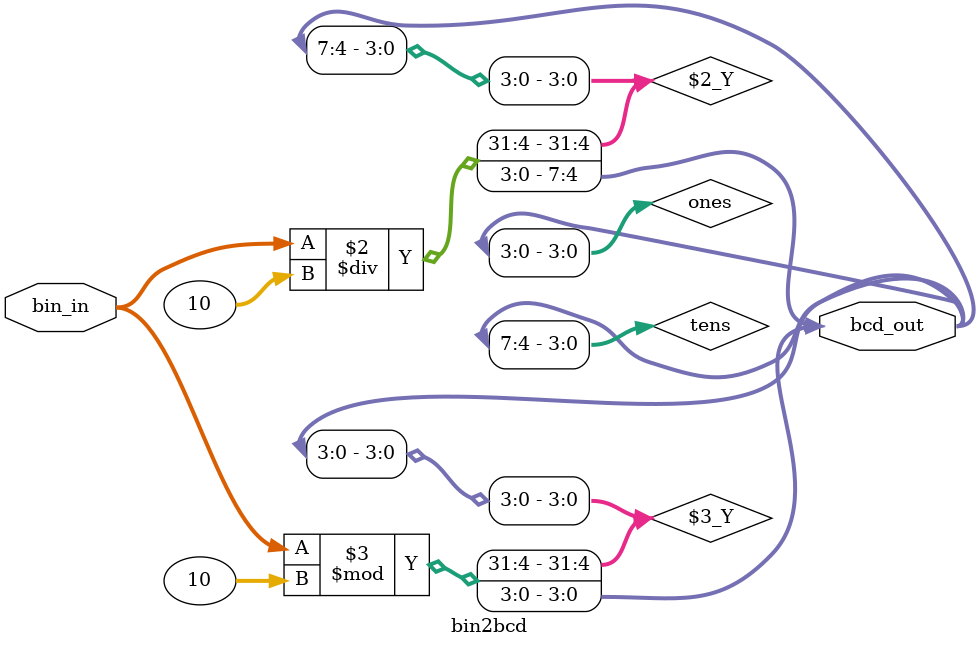
<source format=v>
`timescale 1ns / 1ps

module bin2bcd(
	input  [7:0] bin_in,
	output [7:0] bcd_out
);

	reg [3:0] tens, ones;

	always @(*) begin
		tens = bin_in / 10;
		ones = bin_in % 10;
	end

	assign bcd_out = {tens, ones};

endmodule



</source>
